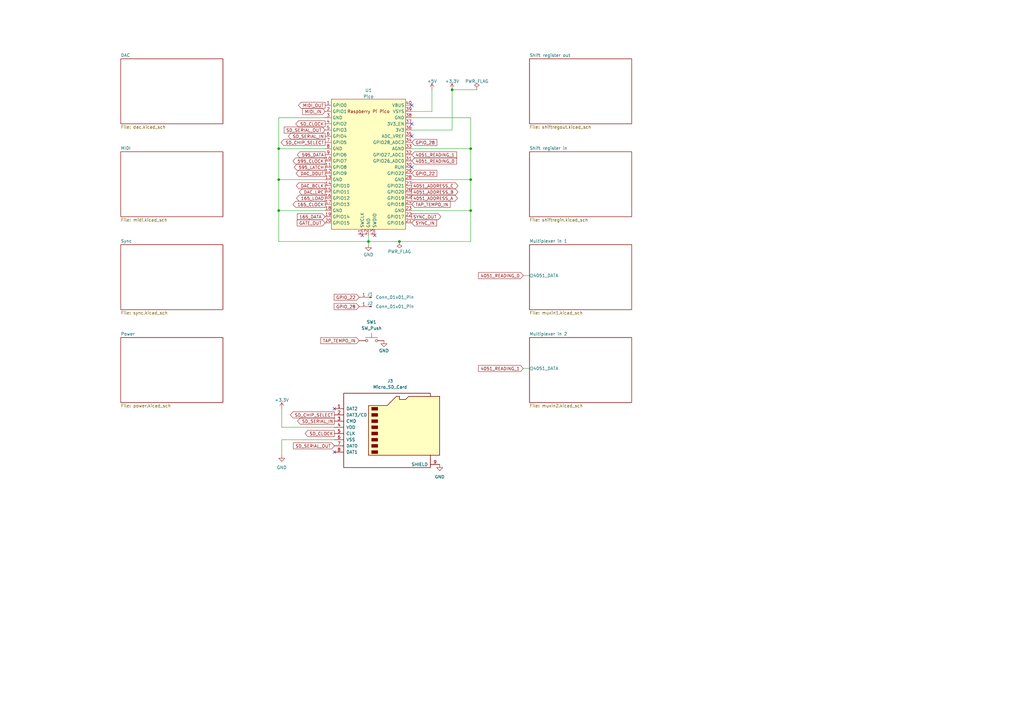
<source format=kicad_sch>
(kicad_sch (version 20230121) (generator eeschema)
  (paper "A3")
  (title_block (title "Drumkid") (rev "2.00"))
  (lib_symbols
    (symbol "Connector:Conn_01x01_Pin" (pin_names (offset 1.016) hide)
      (property "Reference" "J" (at 0 2.54 0))
      (property "Value" "Conn_01x01_Pin" (at 0 -2.54 0))
      (symbol "Conn_01x01_Pin_1_1"
        (polyline (pts (xy 1.27 0) (xy 0.8636 0)) (stroke (width 0.1524)))
        (rectangle (start 0.8636 0.127) (end 0 -0.127) (stroke (width 0.1524)) (fill (type outline)))
        (pin passive line (at 5.08 0 180) (length 3.81) (name "Pin_1") (number "1"))
      )
    )
    (symbol "Connector:Micro_SD_Card" (pin_names (offset 1.016))
      (property "Reference" "J" (at -16.51 15.24 0))
      (property "Value" "Micro_SD_Card" (at 16.51 15.24 0))
      (symbol "Micro_SD_Card_0_1"
        (rectangle (start -7.62 -9.525) (end -5.08 -10.795) (fill (type outline)))
        (rectangle (start -7.62 -6.985) (end -5.08 -8.255) (fill (type outline)))
        (rectangle (start -7.62 -4.445) (end -5.08 -5.715) (fill (type outline)))
        (rectangle (start -7.62 -1.905) (end -5.08 -3.175) (fill (type outline)))
        (rectangle (start -7.62 0.635) (end -5.08 -0.635) (fill (type outline)))
        (rectangle (start -7.62 3.175) (end -5.08 1.905) (fill (type outline)))
        (rectangle (start -7.62 5.715) (end -5.08 4.445) (fill (type outline)))
        (rectangle (start -7.62 8.255) (end -5.08 6.985) (fill (type outline)))
        (polyline (pts (xy 16.51 12.7) (xy 16.51 13.97) (xy -19.05 13.97) (xy -19.05 -16.51) (xy 16.51 -16.51) (xy 16.51 -11.43)) (stroke (width 0.254)))
        (polyline (pts (xy -8.89 -11.43) (xy -8.89 8.89) (xy -1.27 8.89) (xy 2.54 12.7) (xy 3.81 12.7) (xy 3.81 11.43) (xy 6.35 11.43) (xy 7.62 12.7) (xy 20.32 12.7) (xy 20.32 -11.43) (xy -8.89 -11.43)) (stroke (width 0.254)) (fill (type background)))
      )
      (symbol "Micro_SD_Card_1_1"
        (pin bidirectional line (at -22.86 7.62 0) (length 3.81) (name "DAT2") (number "1"))
        (pin bidirectional line (at -22.86 5.08 0) (length 3.81) (name "DAT3/CD") (number "2"))
        (pin input line (at -22.86 2.54 0) (length 3.81) (name "CMD") (number "3"))
        (pin power_in line (at -22.86 0 0) (length 3.81) (name "VDD") (number "4"))
        (pin input line (at -22.86 -2.54 0) (length 3.81) (name "CLK") (number "5"))
        (pin power_in line (at -22.86 -5.08 0) (length 3.81) (name "VSS") (number "6"))
        (pin bidirectional line (at -22.86 -7.62 0) (length 3.81) (name "DAT0") (number "7"))
        (pin bidirectional line (at -22.86 -10.16 0) (length 3.81) (name "DAT1") (number "8"))
        (pin passive line (at 20.32 -15.24 180) (length 3.81) (name "SHIELD") (number "9"))
      )
    )
    (symbol "MCU_RaspberryPi_and_Boards:Pico"
      (property "Reference" "U" (at -13.97 27.94 0))
      (property "Value" "Pico" (at 0 19.05 0))
      (symbol "Pico_0_0"
        (text "Raspberry Pi Pico" (at 0 21.59 0) (effects (font (size 1.27 1.27))))
      )
      (symbol "Pico_0_1"
        (rectangle (start -15.24 26.67) (end 15.24 -26.67) (fill (type background)))
      )
      (symbol "Pico_1_1"
        (pin bidirectional line (at -17.78 24.13 0) (length 2.54) (name "GPIO0") (number "1"))
        (pin bidirectional line (at -17.78 1.27 0) (length 2.54) (name "GPIO7") (number "10"))
        (pin bidirectional line (at -17.78 -1.27 0) (length 2.54) (name "GPIO8") (number "11"))
        (pin bidirectional line (at -17.78 -3.81 0) (length 2.54) (name "GPIO9") (number "12"))
        (pin power_in line (at -17.78 -6.35 0) (length 2.54) (name "GND") (number "13"))
        (pin bidirectional line (at -17.78 -8.89 0) (length 2.54) (name "GPIO10") (number "14"))
        (pin bidirectional line (at -17.78 -11.43 0) (length 2.54) (name "GPIO11") (number "15"))
        (pin bidirectional line (at -17.78 -13.97 0) (length 2.54) (name "GPIO12") (number "16"))
        (pin bidirectional line (at -17.78 -16.51 0) (length 2.54) (name "GPIO13") (number "17"))
        (pin power_in line (at -17.78 -19.05 0) (length 2.54) (name "GND") (number "18"))
        (pin bidirectional line (at -17.78 -21.59 0) (length 2.54) (name "GPIO14") (number "19"))
        (pin bidirectional line (at -17.78 21.59 0) (length 2.54) (name "GPIO1") (number "2"))
        (pin bidirectional line (at -17.78 -24.13 0) (length 2.54) (name "GPIO15") (number "20"))
        (pin bidirectional line (at 17.78 -24.13 180) (length 2.54) (name "GPIO16") (number "21"))
        (pin bidirectional line (at 17.78 -21.59 180) (length 2.54) (name "GPIO17") (number "22"))
        (pin power_in line (at 17.78 -19.05 180) (length 2.54) (name "GND") (number "23"))
        (pin bidirectional line (at 17.78 -16.51 180) (length 2.54) (name "GPIO18") (number "24"))
        (pin bidirectional line (at 17.78 -13.97 180) (length 2.54) (name "GPIO19") (number "25"))
        (pin bidirectional line (at 17.78 -11.43 180) (length 2.54) (name "GPIO20") (number "26"))
        (pin bidirectional line (at 17.78 -8.89 180) (length 2.54) (name "GPIO21") (number "27"))
        (pin power_in line (at 17.78 -6.35 180) (length 2.54) (name "GND") (number "28"))
        (pin bidirectional line (at 17.78 -3.81 180) (length 2.54) (name "GPIO22") (number "29"))
        (pin power_in line (at -17.78 19.05 0) (length 2.54) (name "GND") (number "3"))
        (pin input line (at 17.78 -1.27 180) (length 2.54) (name "RUN") (number "30"))
        (pin bidirectional line (at 17.78 1.27 180) (length 2.54) (name "GPIO26_ADC0") (number "31"))
        (pin bidirectional line (at 17.78 3.81 180) (length 2.54) (name "GPIO27_ADC1") (number "32"))
        (pin power_in line (at 17.78 6.35 180) (length 2.54) (name "AGND") (number "33"))
        (pin bidirectional line (at 17.78 8.89 180) (length 2.54) (name "GPIO28_ADC2") (number "34"))
        (pin power_in line (at 17.78 11.43 180) (length 2.54) (name "ADC_VREF") (number "35"))
        (pin power_in line (at 17.78 13.97 180) (length 2.54) (name "3V3") (number "36"))
        (pin input line (at 17.78 16.51 180) (length 2.54) (name "3V3_EN") (number "37"))
        (pin bidirectional line (at 17.78 19.05 180) (length 2.54) (name "GND") (number "38"))
        (pin power_in line (at 17.78 21.59 180) (length 2.54) (name "VSYS") (number "39"))
        (pin bidirectional line (at -17.78 16.51 0) (length 2.54) (name "GPIO2") (number "4"))
        (pin power_in line (at 17.78 24.13 180) (length 2.54) (name "VBUS") (number "40"))
        (pin input line (at -2.54 -29.21 90) (length 2.54) (name "SWCLK") (number "41"))
        (pin power_in line (at 0 -29.21 90) (length 2.54) (name "GND") (number "42"))
        (pin bidirectional line (at 2.54 -29.21 90) (length 2.54) (name "SWDIO") (number "43"))
        (pin bidirectional line (at -17.78 13.97 0) (length 2.54) (name "GPIO3") (number "5"))
        (pin bidirectional line (at -17.78 11.43 0) (length 2.54) (name "GPIO4") (number "6"))
        (pin bidirectional line (at -17.78 8.89 0) (length 2.54) (name "GPIO5") (number "7"))
        (pin power_in line (at -17.78 6.35 0) (length 2.54) (name "GND") (number "8"))
        (pin bidirectional line (at -17.78 3.81 0) (length 2.54) (name "GPIO6") (number "9"))
      )
    )
    (symbol "Switch:SW_Push" (pin_numbers hide) (pin_names (offset 1.016) hide)
      (property "Reference" "SW" (at 1.27 2.54 0))
      (property "Value" "SW_Push" (at 0 -1.524 0))
      (symbol "SW_Push_0_1"
        (circle (center -2.032 0) (radius 0.508))
        (polyline (pts (xy 0 1.27) (xy 0 3.048)))
        (polyline (pts (xy 2.54 1.27) (xy -2.54 1.27)))
        (circle (center 2.032 0) (radius 0.508))
        (pin passive line (at -5.08 0 0) (length 2.54) (name "1") (number "1"))
        (pin passive line (at 5.08 0 180) (length 2.54) (name "2") (number "2"))
      )
    )
    (symbol "power:+3.3V" (power) (pin_names (offset 0))
      (property "Value" "+3.3V" (at 0 3.556 0))
      (symbol "+3.3V_0_1"
        (polyline (pts (xy -0.762 1.27) (xy 0 2.54)))
        (polyline (pts (xy 0 0) (xy 0 2.54)))
        (polyline (pts (xy 0 2.54) (xy 0.762 1.27)))
      )
      (symbol "+3.3V_1_1"
        (pin power_in line (at 0 0 90) (length 0) hide (name "+3.3V") (number "1"))
      )
    )
    (symbol "power:+5V" (power) (pin_names (offset 0))
      (property "Value" "+5V" (at 0 3.556 0))
      (symbol "+5V_0_1"
        (polyline (pts (xy -0.762 1.27) (xy 0 2.54)))
        (polyline (pts (xy 0 0) (xy 0 2.54)))
        (polyline (pts (xy 0 2.54) (xy 0.762 1.27)))
      )
      (symbol "+5V_1_1"
        (pin power_in line (at 0 0 90) (length 0) hide (name "+5V") (number "1"))
      )
    )
    (symbol "power:GND" (power) (pin_names (offset 0))
      (property "Value" "GND" (at 0 -3.81 0))
      (symbol "GND_0_1"
        (polyline (pts (xy 0 0) (xy 0 -1.27) (xy 1.27 -1.27) (xy 0 -2.54) (xy -1.27 -1.27) (xy 0 -1.27)))
      )
      (symbol "GND_1_1"
        (pin power_in line (at 0 0 270) (length 0) hide (name "GND") (number "1"))
      )
    )
    (symbol "power:PWR_FLAG" (power) (pin_numbers hide) (pin_names (offset 0) hide)
      (property "Value" "PWR_FLAG" (at 0 3.81 0))
      (symbol "PWR_FLAG_0_0"
        (pin power_out line (at 0 0 90) (length 0) (name "pwr") (number "1"))
      )
      (symbol "PWR_FLAG_0_1"
        (polyline (pts (xy 0 0) (xy 0 1.27) (xy -1.016 1.905) (xy 0 2.54) (xy 1.016 1.905) (xy 0 1.27)))
      )
    )
  )
  (junction (at 114.3 60.96))
  (junction (at 193.04 60.96))
  (junction (at 185.42 36.83))
  (junction (at 193.04 86.36))
  (junction (at 151.13 99.06))
  (junction (at 193.04 73.66))
  (junction (at 163.83 99.06))
  (junction (at 114.3 73.66))
  (junction (at 114.3 86.36))
  (no_connect (at 148.59 96.52))
  (no_connect (at 168.91 55.88))
  (no_connect (at 168.91 43.18))
  (no_connect (at 137.16 185.42))
  (no_connect (at 137.16 167.64))
  (no_connect (at 168.91 68.58))
  (no_connect (at 153.67 96.52))
  (no_connect (at 168.91 50.8))
  (wire (pts (xy 168.91 86.36) (xy 193.04 86.36)))
  (wire (pts (xy 168.91 73.66) (xy 193.04 73.66)))
  (wire (pts (xy 114.3 86.36) (xy 114.3 99.06)))
  (wire (pts (xy 214.63 151.13) (xy 217.17 151.13)))
  (wire (pts (xy 163.83 99.06) (xy 193.04 99.06)))
  (wire (pts (xy 151.13 99.06) (xy 163.83 99.06)))
  (wire (pts (xy 185.42 36.83) (xy 195.58 36.83)))
  (wire (pts (xy 168.91 53.34) (xy 185.42 53.34)))
  (wire (pts (xy 193.04 86.36) (xy 193.04 99.06)))
  (wire (pts (xy 137.16 180.34) (xy 115.57 180.34)))
  (wire (pts (xy 115.57 175.26) (xy 137.16 175.26)))
  (wire (pts (xy 115.57 180.34) (xy 115.57 186.69)))
  (wire (pts (xy 114.3 73.66) (xy 114.3 86.36)))
  (wire (pts (xy 185.42 36.83) (xy 185.42 53.34)))
  (wire (pts (xy 114.3 48.26) (xy 133.35 48.26)))
  (wire (pts (xy 151.13 99.06) (xy 151.13 100.33)))
  (wire (pts (xy 115.57 167.64) (xy 115.57 175.26)))
  (wire (pts (xy 114.3 86.36) (xy 133.35 86.36)))
  (wire (pts (xy 168.91 48.26) (xy 193.04 48.26)))
  (wire (pts (xy 193.04 73.66) (xy 193.04 60.96)))
  (wire (pts (xy 177.165 45.72) (xy 177.165 36.83)))
  (wire (pts (xy 151.13 99.06) (xy 114.3 99.06)))
  (wire (pts (xy 168.91 60.96) (xy 193.04 60.96)))
  (wire (pts (xy 114.3 73.66) (xy 133.35 73.66)))
  (wire (pts (xy 214.63 113.03) (xy 217.17 113.03)))
  (wire (pts (xy 151.13 96.52) (xy 151.13 99.06)))
  (wire (pts (xy 193.04 86.36) (xy 193.04 73.66)))
  (wire (pts (xy 114.3 60.96) (xy 114.3 48.26)))
  (wire (pts (xy 114.3 60.96) (xy 114.3 73.66)))
  (wire (pts (xy 133.35 60.96) (xy 114.3 60.96)))
  (wire (pts (xy 193.04 60.96) (xy 193.04 48.26)))
  (wire (pts (xy 168.91 45.72) (xy 177.165 45.72)))
  (global_label "MIDI_IN" (shape input) (at 133.35 45.72 180) (property "Intersheetrefs" "${INTERSHEET_REFS}" (effects hide)))
  (global_label "165_CLOCK" (shape output) (at 133.35 83.82 180) (property "Intersheetrefs" "${INTERSHEET_REFS}" (effects hide)))
  (global_label "SD_CHIP_SELECT" (shape output) (at 137.16 170.18 180) (property "Intersheetrefs" "${INTERSHEET_REFS}" (effects hide)))
  (global_label "TAP_TEMPO_IN" (shape input) (at 147.32 139.7 180) (property "Intersheetrefs" "${INTERSHEET_REFS}" (effects hide)))
  (global_label "4051_READING_0" (shape input) (at 168.91 66.04 0) (property "Intersheetrefs" "${INTERSHEET_REFS}" (effects hide)))
  (global_label "4051_ADDRESS_C" (shape output) (at 168.91 76.2 0) (property "Intersheetrefs" "${INTERSHEET_REFS}" (effects hide)))
  (global_label "SYNC_OUT" (shape output) (at 168.91 88.9 0) (property "Intersheetrefs" "${INTERSHEET_REFS}" (effects hide)))
  (global_label "165_DATA" (shape input) (at 133.35 88.9 180) (property "Intersheetrefs" "${INTERSHEET_REFS}" (effects hide)))
  (global_label "SD_SERIAL_IN" (shape output) (at 137.16 172.72 180) (property "Intersheetrefs" "${INTERSHEET_REFS}" (effects hide)))
  (global_label "MIDI_OUT" (shape output) (at 133.35 43.18 180) (property "Intersheetrefs" "${INTERSHEET_REFS}" (effects hide)))
  (global_label "GATE_OUT" (shape input) (at 133.35 91.44 180) (property "Intersheetrefs" "${INTERSHEET_REFS}" (effects hide)))
  (global_label "4051_ADDRESS_A" (shape output) (at 168.91 81.28 0) (property "Intersheetrefs" "${INTERSHEET_REFS}" (effects hide)))
  (global_label "GPIO_22" (shape input) (at 168.91 71.12 0) (property "Intersheetrefs" "${INTERSHEET_REFS}" (effects hide)))
  (global_label "DAC_DOUT" (shape output) (at 133.35 71.12 180) (property "Intersheetrefs" "${INTERSHEET_REFS}" (effects hide)))
  (global_label "4051_ADDRESS_B" (shape output) (at 168.91 78.74 0) (property "Intersheetrefs" "${INTERSHEET_REFS}" (effects hide)))
  (global_label "SD_CHIP_SELECT" (shape output) (at 133.35 58.42 180) (property "Intersheetrefs" "${INTERSHEET_REFS}" (effects hide)))
  (global_label "595_DATA" (shape output) (at 133.35 63.5 180) (property "Intersheetrefs" "${INTERSHEET_REFS}" (effects hide)))
  (global_label "165_LOAD" (shape output) (at 133.35 81.28 180) (property "Intersheetrefs" "${INTERSHEET_REFS}" (effects hide)))
  (global_label "SD_SERIAL_OUT" (shape input) (at 137.16 182.88 180) (property "Intersheetrefs" "${INTERSHEET_REFS}" (effects hide)))
  (global_label "SYNC_IN" (shape input) (at 168.91 91.44 0) (property "Intersheetrefs" "${INTERSHEET_REFS}" (effects hide)))
  (global_label "595_LATCH" (shape output) (at 133.35 68.58 180) (property "Intersheetrefs" "${INTERSHEET_REFS}" (effects hide)))
  (global_label "GPIO_22" (shape input) (at 147.32 121.92 180) (property "Intersheetrefs" "${INTERSHEET_REFS}" (effects hide)))
  (global_label "SD_SERIAL_OUT" (shape input) (at 133.35 53.34 180) (property "Intersheetrefs" "${INTERSHEET_REFS}" (effects hide)))
  (global_label "SD_SERIAL_IN" (shape output) (at 133.35 55.88 180) (property "Intersheetrefs" "${INTERSHEET_REFS}" (effects hide)))
  (global_label "TAP_TEMPO_IN" (shape input) (at 168.91 83.82 0) (property "Intersheetrefs" "${INTERSHEET_REFS}" (effects hide)))
  (global_label "GPIO_28" (shape input) (at 147.32 125.73 180) (property "Intersheetrefs" "${INTERSHEET_REFS}" (effects hide)))
  (global_label "SD_CLOCK" (shape output) (at 133.35 50.8 180) (property "Intersheetrefs" "${INTERSHEET_REFS}" (effects hide)))
  (global_label "4051_READING_1" (shape input) (at 214.63 151.13 180) (property "Intersheetrefs" "${INTERSHEET_REFS}" (effects hide)))
  (global_label "595_CLOCK" (shape output) (at 133.35 66.04 180) (property "Intersheetrefs" "${INTERSHEET_REFS}" (effects hide)))
  (global_label "4051_READING_0" (shape input) (at 214.63 113.03 180) (property "Intersheetrefs" "${INTERSHEET_REFS}" (effects hide)))
  (global_label "GPIO_28" (shape input) (at 168.91 58.42 0) (property "Intersheetrefs" "${INTERSHEET_REFS}" (effects hide)))
  (global_label "DAC_LRC" (shape output) (at 133.35 78.74 180) (property "Intersheetrefs" "${INTERSHEET_REFS}" (effects hide)))
  (global_label "4051_READING_1" (shape input) (at 168.91 63.5 0) (property "Intersheetrefs" "${INTERSHEET_REFS}" (effects hide)))
  (global_label "SD_CLOCK" (shape output) (at 137.16 177.8 180) (property "Intersheetrefs" "${INTERSHEET_REFS}" (effects hide)))
  (global_label "DAC_BCLK" (shape output) (at 133.35 76.2 180) (property "Intersheetrefs" "${INTERSHEET_REFS}" (effects hide)))
  (symbol (lib_id "power:PWR_FLAG") (at 195.58 36.83 0) (unit 1)
    (property "Reference" "#FLG02" (effects hide))
    (property "Value" "PWR_FLAG" (at 195.58 33.3281 0))
  )
  (symbol (lib_id "MCU_RaspberryPi_and_Boards:Pico") (at 151.13 67.31 0) (unit 1)
    (property "Reference" "U1" (at 151.13 37.0672 0))
    (property "Value" "Pico" (at 151.13 39.6041 0))
    (property "Footprint" "MCU_RaspberryPi_and_Boards:RPi_Pico_SMD_TH" (effects hide))
  )
  (symbol (lib_id "power:GND") (at 115.57 186.69 0) (unit 1)
    (property "Reference" "#PWR02" (effects hide))
    (property "Value" "GND" (at 115.57 191.77 0))
  )
  (symbol (lib_id "power:+3.3V") (at 185.42 36.83 0) (unit 1)
    (property "Reference" "#PWR07" (effects hide))
    (property "Value" "+3.3V" (at 185.42 33.3281 0))
  )
  (symbol (lib_id "Connector:Conn_01x01_Pin") (at 152.4 125.73 180) (unit 1)
    (property "Reference" "J2" (at 151.765 124.46 0))
    (property "Value" "Conn_01x01_Pin" (at 161.925 125.73 0))
    (property "Footprint" "Connector_PinHeader_2.54mm:PinHeader_1x01_P2.54mm_Vertical" (effects hide))
  )
  (symbol (lib_id "power:+3.3V") (at 115.57 167.64 0) (unit 1)
    (property "Reference" "#PWR01" (effects hide))
    (property "Value" "+3.3V" (at 115.57 164.084 0))
  )
  (symbol (lib_id "power:GND") (at 157.48 139.7 0) (unit 1)
    (property "Reference" "#PWR04" (effects hide))
    (property "Value" "GND" (at 157.48 143.8355 0))
  )
  (symbol (lib_id "Connector:Conn_01x01_Pin") (at 152.4 121.92 180) (unit 1)
    (property "Reference" "J1" (at 151.765 120.65 0))
    (property "Value" "Conn_01x01_Pin" (at 161.925 121.92 0))
    (property "Footprint" "Connector_PinHeader_2.54mm:PinHeader_1x01_P2.54mm_Vertical" (effects hide))
  )
  (symbol (lib_id "power:GND") (at 151.13 100.33 0) (unit 1)
    (property "Reference" "#PWR03" (effects hide))
    (property "Value" "GND" (at 151.13 104.4655 0))
  )
  (symbol (lib_id "power:PWR_FLAG") (at 163.83 99.06 180) (unit 1)
    (property "Reference" "#FLG01" (effects hide))
    (property "Value" "PWR_FLAG" (at 163.83 103.1955 0))
  )
  (symbol (lib_id "power:GND") (at 180.34 190.5 0) (unit 1)
    (property "Reference" "#PWR06" (effects hide))
    (property "Value" "GND" (at 180.34 195.58 0))
  )
  (symbol (lib_id "Switch:SW_Push") (at 152.4 139.7 0) (unit 1)
    (property "Reference" "SW1" (at 152.4 132.08 0))
    (property "Value" "SW_Push" (at 152.4 134.62 0))
    (property "Footprint" "Button_Switch_THT:SW_PUSH_6mm" (effects hide))
  )
  (symbol (lib_id "power:+5V") (at 177.165 36.83 0) (unit 1)
    (property "Reference" "#PWR05" (effects hide))
    (property "Value" "+5V" (at 177.165 33.3281 0))
  )
  (symbol (lib_id "Connector:Micro_SD_Card") (at 160.02 175.26 0) (unit 1)
    (property "Reference" "J3" (at 160.02 156.2131 0))
    (property "Value" "Micro_SD_Card" (at 160.02 158.75 0))
    (property "Footprint" "Connector_Card:microSD_HC_Molex_47219-2001" (effects hide))
    (property "Datasheet" "http://katalog.we-online.de/em/datasheet/693072010801.pdf" (effects hide))
  )
  (sheet (at 49.53 62.23) (size 41.91 26.67) (stroke (width 0.1524))
    (property "Sheetname" "MIDI" (at 49.53 61.5184 0) (effects (justify left bottom)))
    (property "Sheetfile" "midi.kicad_sch" (at 49.53 89.4846 0) (effects (justify left top)))
  )
  (sheet (at 49.53 100.33) (size 41.91 26.67) (stroke (width 0.1524))
    (property "Sheetname" "Sync" (at 49.53 99.6184 0) (effects (justify left bottom)))
    (property "Sheetfile" "sync.kicad_sch" (at 49.53 127.5846 0) (effects (justify left top)))
  )
  (sheet (at 49.53 24.13) (size 41.91 26.67) (stroke (width 0.1524))
    (property "Sheetname" "DAC" (at 49.53 23.4184 0) (effects (justify left bottom)))
    (property "Sheetfile" "dac.kicad_sch" (at 49.53 51.3846 0) (effects (justify left top)))
  )
  (sheet (at 217.17 100.33) (size 41.91 26.67) (stroke (width 0.1524))
    (property "Sheetname" "Multiplexer in 1" (at 217.17 99.6184 0) (effects (justify left bottom)))
    (property "Sheetfile" "muxin1.kicad_sch" (at 217.17 127.5846 0) (effects (justify left top)))
    (pin "4051_DATA" output (at 217.17 113.03 180))
  )
  (sheet (at 49.53 138.43) (size 41.91 26.67) (stroke (width 0.1524))
    (property "Sheetname" "Power" (at 49.53 137.7184 0) (effects (justify left bottom)))
    (property "Sheetfile" "power.kicad_sch" (at 49.53 165.6846 0) (effects (justify left top)))
  )
  (sheet (at 217.17 62.23) (size 41.91 26.67) (stroke (width 0.1524))
    (property "Sheetname" "Shift register in" (at 217.17 61.5184 0) (effects (justify left bottom)))
    (property "Sheetfile" "shiftregin.kicad_sch" (at 217.17 89.4846 0) (effects (justify left top)))
  )
  (sheet (at 217.17 138.43) (size 41.91 26.67) (stroke (width 0.1524))
    (property "Sheetname" "Multiplexer in 2" (at 217.17 137.7184 0) (effects (justify left bottom)))
    (property "Sheetfile" "muxin2.kicad_sch" (at 217.17 165.6846 0) (effects (justify left top)))
    (pin "4051_DATA" output (at 217.17 151.13 180))
  )
  (sheet (at 217.17 24.13) (size 41.91 26.67) (stroke (width 0.1524))
    (property "Sheetname" "Shift register out" (at 217.17 23.4184 0) (effects (justify left bottom)))
    (property "Sheetfile" "shiftregout.kicad_sch" (at 217.17 51.3846 0) (effects (justify left top)))
  )
)
</source>
